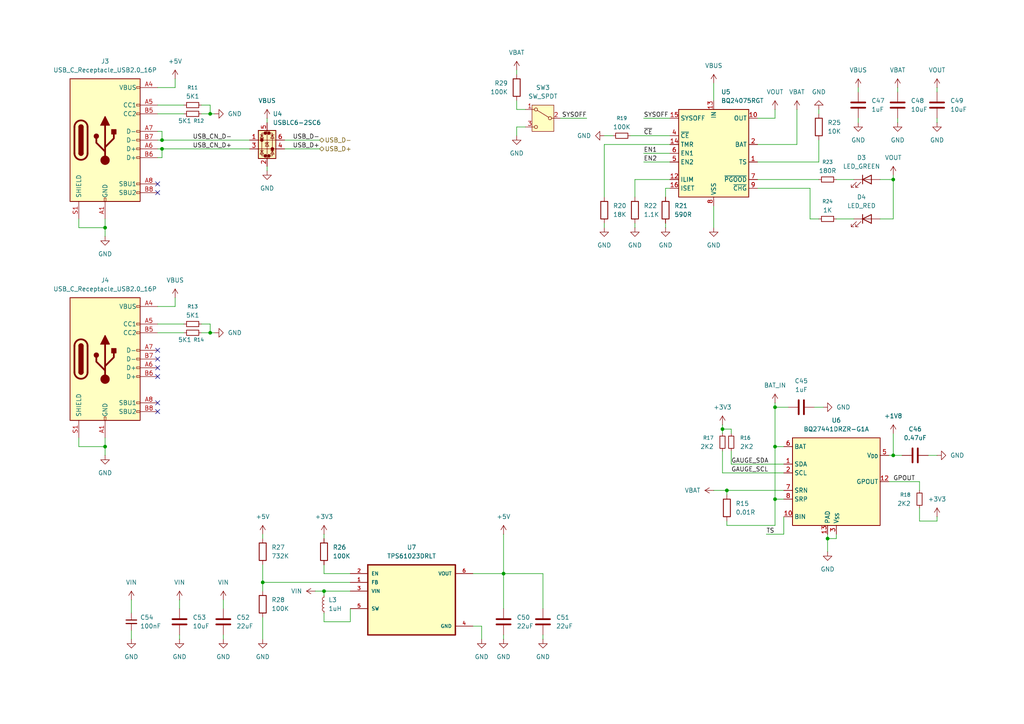
<source format=kicad_sch>
(kicad_sch (version 20250114) (generator "eeschema") (generator_version "9.0")
  (paper "A4")
  (lib_symbols
    (symbol "Battery_Management:BQ24075RGT"
      (property "Reference" "U" (at -8.89 13.97 0))
      (property "Value" "BQ24075RGT" (at 16.51 13.97 0))
      (symbol "BQ24075RGT_0_1"
        (rectangle (start -10.16 12.7) (end 10.16 -12.7) (stroke (width 0.254)) (fill (type background)))
      )
      (symbol "BQ24075RGT_1_1"
        (pin input line (at -12.7 10.16 0) (length 2.54) (name "SYSOFF") (number "15"))
        (pin input line (at -12.7 5.08 0) (length 2.54) (name "~{CE}") (number "4"))
        (pin input line (at -12.7 2.54 0) (length 2.54) (name "TMR") (number "14"))
        (pin input line (at -12.7 0 0) (length 2.54) (name "EN1") (number "6"))
        (pin input line (at -12.7 -2.54 0) (length 2.54) (name "EN2") (number "5"))
        (pin passive line (at -12.7 -7.62 0) (length 2.54) (name "ILIM") (number "12"))
        (pin passive line (at -12.7 -10.16 0) (length 2.54) (name "ISET") (number "16"))
        (pin power_in line (at 0 15.24 270) (length 2.54) (name "IN") (number "13"))
        (pin passive line (at 0 -15.24 90) (length 2.54) (hide yes) (name "VSS") (number "17"))
        (pin power_in line (at 0 -15.24 90) (length 2.54) (name "VSS") (number "8"))
        (pin power_out line (at 12.7 10.16 180) (length 2.54) (name "OUT") (number "10"))
        (pin passive line (at 12.7 10.16 180) (length 2.54) (hide yes) (name "OUT") (number "11"))
        (pin power_out line (at 12.7 2.54 180) (length 2.54) (name "BAT") (number "2"))
        (pin passive line (at 12.7 2.54 180) (length 2.54) (hide yes) (name "BAT") (number "3"))
        (pin passive line (at 12.7 -2.54 180) (length 2.54) (name "TS") (number "1"))
        (pin open_collector line (at 12.7 -7.62 180) (length 2.54) (name "~{PGOOD}") (number "7"))
        (pin open_collector line (at 12.7 -10.16 180) (length 2.54) (name "~{CHG}") (number "9"))
      )
    )
    (symbol "Battery_Management:BQ27441DRZR-G1A"
      (property "Reference" "U" (at -5.08 15.875 0))
      (property "Value" "BQ27441DRZR-G1A" (at -5.08 13.97 0))
      (symbol "BQ27441DRZR-G1A_0_1"
        (rectangle (start -12.7 12.7) (end 12.7 -12.7) (stroke (width 0.254)) (fill (type background)))
      )
      (symbol "BQ27441DRZR-G1A_1_1"
        (pin power_in line (at -15.24 10.16 0) (length 2.54) (name "BAT") (number "6"))
        (pin bidirectional line (at -15.24 5.08 0) (length 2.54) (name "SDA") (number "1"))
        (pin input line (at -15.24 2.54 0) (length 2.54) (name "SCL") (number "2"))
        (pin input line (at -15.24 -2.54 0) (length 2.54) (name "SRN") (number "7"))
        (pin input line (at -15.24 -5.08 0) (length 2.54) (name "SRP") (number "8"))
        (pin input line (at -15.24 -10.16 0) (length 2.54) (name "BIN") (number "10"))
        (pin power_in line (at -2.54 -15.24 90) (length 2.54) (name "PAD") (number "13"))
        (pin power_in line (at 0 -15.24 90) (length 2.54) (name "V_{SS}") (number "3"))
        (pin no_connect line (at 10.16 -2.54 180) (length 2.54) (hide yes) (name "NC") (number "11"))
        (pin no_connect line (at 10.16 -5.08 180) (length 2.54) (hide yes) (name "NC") (number "9"))
        (pin no_connect line (at 10.16 -7.62 180) (length 2.54) (hide yes) (name "NC") (number "4"))
        (pin power_out line (at 15.24 7.62 180) (length 2.54) (name "V_{DD}") (number "5"))
        (pin output line (at 15.24 0 180) (length 2.54) (name "GPOUT") (number "12"))
      )
    )
    (symbol "Connector:USB_C_Receptacle_USB2.0_16P" (pin_names (offset 1.016))
      (property "Reference" "J" (at 0 22.225 0))
      (property "Value" "USB_C_Receptacle_USB2.0_16P" (at 0 19.685 0))
      (symbol "USB_C_Receptacle_USB2.0_16P_0_0"
        (rectangle (start -0.254 -17.78) (end 0.254 -16.764))
        (rectangle (start 10.16 15.494) (end 9.144 14.986))
        (rectangle (start 10.16 10.414) (end 9.144 9.906))
        (rectangle (start 10.16 7.874) (end 9.144 7.366))
        (rectangle (start 10.16 2.794) (end 9.144 2.286))
        (rectangle (start 10.16 0.254) (end 9.144 -0.254))
        (rectangle (start 10.16 -2.286) (end 9.144 -2.794))
        (rectangle (start 10.16 -4.826) (end 9.144 -5.334))
        (rectangle (start 10.16 -12.446) (end 9.144 -12.954))
        (rectangle (start 10.16 -14.986) (end 9.144 -15.494))
      )
      (symbol "USB_C_Receptacle_USB2.0_16P_0_1"
        (rectangle (start -10.16 17.78) (end 10.16 -17.78) (stroke (width 0.254)) (fill (type background)))
        (polyline (pts (xy -8.89 -3.81) (xy -8.89 3.81)) (stroke (width 0.508)))
        (rectangle (start -7.62 -3.81) (end -6.35 3.81) (stroke (width 0.254)) (fill (type outline)))
        (arc (start -7.62 3.81) (mid -6.985 4.4423) (end -6.35 3.81) (stroke (width 0.254)))
        (arc (start -7.62 3.81) (mid -6.985 4.4423) (end -6.35 3.81) (stroke (width 0.254)) (fill (type outline)))
        (arc (start -8.89 3.81) (mid -6.985 5.7067) (end -5.08 3.81) (stroke (width 0.508)))
        (arc (start -5.08 -3.81) (mid -6.985 -5.7067) (end -8.89 -3.81) (stroke (width 0.508)))
        (arc (start -6.35 -3.81) (mid -6.985 -4.4423) (end -7.62 -3.81) (stroke (width 0.254)))
        (arc (start -6.35 -3.81) (mid -6.985 -4.4423) (end -7.62 -3.81) (stroke (width 0.254)) (fill (type outline)))
        (polyline (pts (xy -5.08 3.81) (xy -5.08 -3.81)) (stroke (width 0.508)))
        (circle (center -2.54 1.143) (radius 0.635) (stroke (width 0.254)) (fill (type outline)))
        (polyline (pts (xy -1.27 4.318) (xy 0 6.858) (xy 1.27 4.318) (xy -1.27 4.318)) (stroke (width 0.254)) (fill (type outline)))
        (polyline (pts (xy 0 -2.032) (xy 2.54 0.508) (xy 2.54 1.778)) (stroke (width 0.508)))
        (polyline (pts (xy 0 -3.302) (xy -2.54 -0.762) (xy -2.54 0.508)) (stroke (width 0.508)))
        (polyline (pts (xy 0 -5.842) (xy 0 4.318)) (stroke (width 0.508)))
        (circle (center 0 -5.842) (radius 1.27) (fill (type outline)))
        (rectangle (start 1.905 1.778) (end 3.175 3.048) (stroke (width 0.254)) (fill (type outline)))
      )
      (symbol "USB_C_Receptacle_USB2.0_16P_1_1"
        (pin passive line (at -7.62 -22.86 90) (length 5.08) (name "SHIELD") (number "S1"))
        (pin passive line (at 0 -22.86 90) (length 5.08) (name "GND") (number "A1"))
        (pin passive line (at 0 -22.86 90) (length 5.08) (hide yes) (name "GND") (number "A12"))
        (pin passive line (at 0 -22.86 90) (length 5.08) (hide yes) (name "GND") (number "B1"))
        (pin passive line (at 0 -22.86 90) (length 5.08) (hide yes) (name "GND") (number "B12"))
        (pin passive line (at 15.24 15.24 180) (length 5.08) (name "VBUS") (number "A4"))
        (pin passive line (at 15.24 15.24 180) (length 5.08) (hide yes) (name "VBUS") (number "A9"))
        (pin passive line (at 15.24 15.24 180) (length 5.08) (hide yes) (name "VBUS") (number "B4"))
        (pin passive line (at 15.24 15.24 180) (length 5.08) (hide yes) (name "VBUS") (number "B9"))
        (pin bidirectional line (at 15.24 10.16 180) (length 5.08) (name "CC1") (number "A5"))
        (pin bidirectional line (at 15.24 7.62 180) (length 5.08) (name "CC2") (number "B5"))
        (pin bidirectional line (at 15.24 2.54 180) (length 5.08) (name "D-") (number "A7"))
        (pin bidirectional line (at 15.24 0 180) (length 5.08) (name "D-") (number "B7"))
        (pin bidirectional line (at 15.24 -2.54 180) (length 5.08) (name "D+") (number "A6"))
        (pin bidirectional line (at 15.24 -5.08 180) (length 5.08) (name "D+") (number "B6"))
        (pin bidirectional line (at 15.24 -12.7 180) (length 5.08) (name "SBU1") (number "A8"))
        (pin bidirectional line (at 15.24 -15.24 180) (length 5.08) (name "SBU2") (number "B8"))
      )
    )
    (symbol "Device:C" (pin_numbers (hide yes)) (pin_names (offset 0.254))
      (property "Reference" "C" (at 0.635 2.54 0))
      (property "Value" "C" (at 0.635 -2.54 0))
      (symbol "C_0_1"
        (polyline (pts (xy -2.032 0.762) (xy 2.032 0.762)) (stroke (width 0.508)))
        (polyline (pts (xy -2.032 -0.762) (xy 2.032 -0.762)) (stroke (width 0.508)))
      )
      (symbol "C_1_1"
        (pin passive line (at 0 3.81 270) (length 2.794) (name "~") (number "1"))
        (pin passive line (at 0 -3.81 90) (length 2.794) (name "~") (number "2"))
      )
    )
    (symbol "Device:C_Small" (pin_numbers (hide yes)) (pin_names (offset 0.254) (hide yes))
      (property "Reference" "C" (at 0.254 1.778 0))
      (property "Value" "C_Small" (at 0.254 -2.032 0))
      (symbol "C_Small_0_1"
        (polyline (pts (xy -1.524 0.508) (xy 1.524 0.508)) (stroke (width 0.3048)))
        (polyline (pts (xy -1.524 -0.508) (xy 1.524 -0.508)) (stroke (width 0.3302)))
      )
      (symbol "C_Small_1_1"
        (pin passive line (at 0 2.54 270) (length 2.032) (name "~") (number "1"))
        (pin passive line (at 0 -2.54 90) (length 2.032) (name "~") (number "2"))
      )
    )
    (symbol "Device:LED" (pin_numbers (hide yes)) (pin_names (offset 1.016) (hide yes))
      (property "Reference" "D" (at 0 2.54 0))
      (property "Value" "LED" (at 0 -2.54 0))
      (symbol "LED_0_1"
        (polyline (pts (xy -3.048 -0.762) (xy -4.572 -2.286) (xy -3.81 -2.286) (xy -4.572 -2.286) (xy -4.572 -1.524)))
        (polyline (pts (xy -1.778 -0.762) (xy -3.302 -2.286) (xy -2.54 -2.286) (xy -3.302 -2.286) (xy -3.302 -1.524)))
        (polyline (pts (xy -1.27 0) (xy 1.27 0)))
        (polyline (pts (xy -1.27 -1.27) (xy -1.27 1.27)) (stroke (width 0.254)))
        (polyline (pts (xy 1.27 -1.27) (xy 1.27 1.27) (xy -1.27 0) (xy 1.27 -1.27)) (stroke (width 0.254)))
      )
      (symbol "LED_1_1"
        (pin passive line (at -3.81 0 0) (length 2.54) (name "K") (number "1"))
        (pin passive line (at 3.81 0 180) (length 2.54) (name "A") (number "2"))
      )
    )
    (symbol "Device:L_Small" (pin_numbers (hide yes)) (pin_names (offset 0.254) (hide yes))
      (property "Reference" "L" (at 0.762 1.016 0))
      (property "Value" "L_Small" (at 0.762 -1.016 0))
      (symbol "L_Small_0_1"
        (arc (start 0 2.032) (mid 0.5058 1.524) (end 0 1.016))
        (arc (start 0 1.016) (mid 0.5058 0.508) (end 0 0))
        (arc (start 0 0) (mid 0.5058 -0.508) (end 0 -1.016))
        (arc (start 0 -1.016) (mid 0.5058 -1.524) (end 0 -2.032))
      )
      (symbol "L_Small_1_1"
        (pin passive line (at 0 2.54 270) (length 0.508) (name "~") (number "1"))
        (pin passive line (at 0 -2.54 90) (length 0.508) (name "~") (number "2"))
      )
    )
    (symbol "Device:R" (pin_numbers (hide yes)) (pin_names (offset 0))
      (property "Reference" "R" (at 2.032 0 90))
      (property "Value" "R" (at 0 0 90))
      (symbol "R_0_1"
        (rectangle (start -1.016 -2.54) (end 1.016 2.54) (stroke (width 0.254)))
      )
      (symbol "R_1_1"
        (pin passive line (at 0 3.81 270) (length 1.27) (name "~") (number "1"))
        (pin passive line (at 0 -3.81 90) (length 1.27) (name "~") (number "2"))
      )
    )
    (symbol "Device:R_Small" (pin_numbers (hide yes)) (pin_names (offset 0.254) (hide yes))
      (property "Reference" "R" (at 0 0 90))
      (property "Value" "R_Small" (at 1.778 0 90))
      (symbol "R_Small_0_1"
        (rectangle (start -0.762 1.778) (end 0.762 -1.778) (stroke (width 0.2032)))
      )
      (symbol "R_Small_1_1"
        (pin passive line (at 0 2.54 270) (length 0.762) (name "~") (number "1"))
        (pin passive line (at 0 -2.54 90) (length 0.762) (name "~") (number "2"))
      )
    )
    (symbol "Power_Protection:USBLC6-2SC6" (pin_names (hide yes))
      (property "Reference" "U" (at 0.635 5.715 0))
      (property "Value" "USBLC6-2SC6" (at 0.635 3.81 0))
      (symbol "USBLC6-2SC6_0_0"
        (circle (center -1.524 0) (radius 0.0001) (stroke (width 0.508)))
        (circle (center -0.508 2.032) (radius 0.0001) (stroke (width 0.508)))
        (circle (center -0.508 -4.572) (radius 0.0001) (stroke (width 0.508)))
        (circle (center 0.508 2.032) (radius 0.0001) (stroke (width 0.508)))
        (circle (center 0.508 -4.572) (radius 0.0001) (stroke (width 0.508)))
        (circle (center 1.524 -2.54) (radius 0.0001) (stroke (width 0.508)))
      )
      (symbol "USBLC6-2SC6_0_1"
        (polyline (pts (xy -2.54 0) (xy 2.54 0)))
        (polyline (pts (xy -2.54 -2.54) (xy 2.54 -2.54)))
        (polyline (pts (xy -2.032 0.508) (xy -1.016 0.508) (xy -1.524 1.524) (xy -2.032 0.508)))
        (polyline (pts (xy -2.032 -3.048) (xy -1.016 -3.048)))
        (polyline (pts (xy -1.016 1.524) (xy -2.032 1.524)))
        (polyline (pts (xy -1.016 -4.064) (xy -2.032 -4.064) (xy -1.524 -3.048) (xy -1.016 -4.064)))
        (polyline (pts (xy -0.508 -1.143) (xy -0.508 -0.762) (xy 0.508 -0.762)))
        (polyline (pts (xy 0 2.54) (xy -0.508 2.032) (xy 0.508 2.032) (xy 0 1.524) (xy 0 -4.064) (xy -0.508 -4.572) (xy 0.508 -4.572) (xy 0 -5.08)))
        (polyline (pts (xy 0.508 -1.778) (xy -0.508 -1.778) (xy 0 -0.762) (xy 0.508 -1.778)))
        (polyline (pts (xy 1.016 1.524) (xy 2.032 1.524)))
        (polyline (pts (xy 1.016 -3.048) (xy 2.032 -3.048)))
        (polyline (pts (xy 2.032 0.508) (xy 1.016 0.508) (xy 1.524 1.524) (xy 2.032 0.508)))
        (polyline (pts (xy 2.032 -4.064) (xy 1.016 -4.064) (xy 1.524 -3.048) (xy 2.032 -4.064)))
      )
      (symbol "USBLC6-2SC6_1_1"
        (rectangle (start -2.54 2.794) (end 2.54 -5.334) (stroke (width 0.254)) (fill (type background)))
        (polyline (pts (xy -0.508 2.032) (xy -1.524 2.032) (xy -1.524 -4.572) (xy -0.508 -4.572)))
        (polyline (pts (xy 0.508 -4.572) (xy 1.524 -4.572) (xy 1.524 2.032) (xy 0.508 2.032)))
        (pin passive line (at -5.08 0 0) (length 2.54) (name "I/O1") (number "1"))
        (pin passive line (at -5.08 -2.54 0) (length 2.54) (name "I/O2") (number "3"))
        (pin passive line (at 0 5.08 270) (length 2.54) (name "VBUS") (number "5"))
        (pin passive line (at 0 -7.62 90) (length 2.54) (name "GND") (number "2"))
        (pin passive line (at 5.08 0 180) (length 2.54) (name "I/O1") (number "6"))
        (pin passive line (at 5.08 -2.54 180) (length 2.54) (name "I/O2") (number "4"))
      )
    )
    (symbol "Switch:SW_SPDT" (pin_names (offset 0) (hide yes))
      (property "Reference" "SW" (at 0 5.08 0))
      (property "Value" "SW_SPDT" (at 0 -5.08 0))
      (symbol "SW_SPDT_0_1"
        (circle (center -2.032 0) (radius 0.4572))
        (polyline (pts (xy -1.651 0.254) (xy 1.651 2.286)))
        (circle (center 2.032 2.54) (radius 0.4572))
        (circle (center 2.032 -2.54) (radius 0.4572))
      )
      (symbol "SW_SPDT_1_1"
        (rectangle (start -3.175 3.81) (end 3.175 -3.81) (fill (type background)))
        (pin passive line (at -5.08 0 0) (length 2.54) (name "B") (number "2"))
        (pin passive line (at 5.08 2.54 180) (length 2.54) (name "A") (number "1"))
        (pin passive line (at 5.08 -2.54 180) (length 2.54) (name "C") (number "3"))
      )
    )
    (symbol "TPS61023DRLT:TPS61023DRLT" (pin_names (offset 1.016))
      (property "Reference" "U" (at -12.7 11.16 0))
      (property "Value" "TPS61023DRLT" (at -12.7 -14.16 0))
      (symbol "TPS61023DRLT_0_0"
        (rectangle (start -12.7 -10.16) (end 12.7 10.16) (stroke (width 0.41)) (fill (type background)))
        (pin input line (at -17.78 7.62 0) (length 5.08) (name "EN") (number "2"))
        (pin input line (at -17.78 5.08 0) (length 5.08) (name "FB") (number "1"))
        (pin input line (at -17.78 2.54 0) (length 5.08) (name "VIN") (number "3"))
        (pin bidirectional line (at -17.78 -2.54 0) (length 5.08) (name "SW") (number "5"))
        (pin output line (at 17.78 7.62 180) (length 5.08) (name "VOUT") (number "6"))
        (pin power_in line (at 17.78 -7.62 180) (length 5.08) (name "GND") (number "4"))
      )
    )
    (symbol "power:+1V8" (power) (pin_numbers (hide yes)) (pin_names (offset 0) (hide yes))
      (property "Value" "+1V8" (at 0 3.556 0))
      (symbol "+1V8_0_1"
        (polyline (pts (xy -0.762 1.27) (xy 0 2.54)))
        (polyline (pts (xy 0 2.54) (xy 0.762 1.27)))
        (polyline (pts (xy 0 0) (xy 0 2.54)))
      )
      (symbol "+1V8_1_1"
        (pin power_in line (at 0 0 90) (length 0) (name "~") (number "1"))
      )
    )
    (symbol "power:+3V3" (power) (pin_numbers (hide yes)) (pin_names (offset 0) (hide yes))
      (property "Value" "+3V3" (at 0 3.556 0))
      (symbol "+3V3_0_1"
        (polyline (pts (xy -0.762 1.27) (xy 0 2.54)))
        (polyline (pts (xy 0 2.54) (xy 0.762 1.27)))
        (polyline (pts (xy 0 0) (xy 0 2.54)))
      )
      (symbol "+3V3_1_1"
        (pin power_in line (at 0 0 90) (length 0) (name "~") (number "1"))
      )
    )
    (symbol "power:+5V" (power) (pin_numbers (hide yes)) (pin_names (offset 0) (hide yes))
      (property "Value" "+5V" (at 0 3.556 0))
      (symbol "+5V_0_1"
        (polyline (pts (xy -0.762 1.27) (xy 0 2.54)))
        (polyline (pts (xy 0 2.54) (xy 0.762 1.27)))
        (polyline (pts (xy 0 0) (xy 0 2.54)))
      )
      (symbol "+5V_1_1"
        (pin power_in line (at 0 0 90) (length 0) (name "~") (number "1"))
      )
    )
    (symbol "power:GND" (power) (pin_numbers (hide yes)) (pin_names (offset 0) (hide yes))
      (property "Value" "GND" (at 0 -3.81 0))
      (symbol "GND_0_1"
        (polyline (pts (xy 0 0) (xy 0 -1.27) (xy 1.27 -1.27) (xy 0 -2.54) (xy -1.27 -1.27) (xy 0 -1.27)))
      )
      (symbol "GND_1_1"
        (pin power_in line (at 0 0 270) (length 0) (name "~") (number "1"))
      )
    )
    (symbol "power:VBUS" (power) (pin_numbers (hide yes)) (pin_names (offset 0) (hide yes))
      (property "Value" "VBUS" (at 0 3.556 0))
      (symbol "VBUS_0_1"
        (polyline (pts (xy -0.762 1.27) (xy 0 2.54)))
        (polyline (pts (xy 0 2.54) (xy 0.762 1.27)))
        (polyline (pts (xy 0 0) (xy 0 2.54)))
      )
      (symbol "VBUS_1_1"
        (pin power_in line (at 0 0 90) (length 0) (name "~") (number "1"))
      )
    )
  )
  (junction (at 224.79 129.54))
  (junction (at 209.55 124.46))
  (junction (at 224.79 118.11))
  (junction (at 60.96 33.02))
  (junction (at 259.08 132.08))
  (junction (at 224.79 144.78))
  (junction (at 30.48 66.04))
  (junction (at 259.08 52.07))
  (junction (at 210.82 142.24))
  (junction (at 240.03 156.21))
  (junction (at 30.48 129.54))
  (junction (at 76.2 168.91))
  (junction (at 146.05 166.37))
  (junction (at 60.96 96.52))
  (junction (at 46.99 43.18))
  (junction (at 46.99 40.64))
  (junction (at 93.98 171.45))
  (no_connect (at 45.72 53.34))
  (no_connect (at 45.72 116.84))
  (no_connect (at 45.72 109.22))
  (no_connect (at 45.72 104.14))
  (no_connect (at 45.72 106.68))
  (no_connect (at 45.72 119.38))
  (no_connect (at 45.72 55.88))
  (no_connect (at 45.72 101.6))
  (wire (pts (xy 224.79 144.78) (xy 224.79 129.54)))
  (wire (pts (xy 45.72 45.72) (xy 46.99 45.72)))
  (wire (pts (xy 157.48 166.37) (xy 146.05 166.37)))
  (wire (pts (xy 76.2 168.91) (xy 76.2 171.45)))
  (wire (pts (xy 93.98 166.37) (xy 101.6 166.37)))
  (wire (pts (xy 175.26 41.91) (xy 194.31 41.91)))
  (wire (pts (xy 53.34 33.02) (xy 45.72 33.02)))
  (wire (pts (xy 45.72 40.64) (xy 46.99 40.64)))
  (wire (pts (xy 46.99 43.18) (xy 72.39 43.18)))
  (wire (pts (xy 58.42 30.48) (xy 60.96 30.48)))
  (wire (pts (xy 146.05 185.42) (xy 146.05 184.15)))
  (wire (pts (xy 237.49 46.99) (xy 237.49 40.64)))
  (wire (pts (xy 271.78 35.56) (xy 271.78 34.29)))
  (wire (pts (xy 227.33 144.78) (xy 224.79 144.78)))
  (wire (pts (xy 93.98 180.34) (xy 93.98 177.8)))
  (wire (pts (xy 224.79 31.75) (xy 224.79 34.29)))
  (wire (pts (xy 45.72 25.4) (xy 50.8 25.4)))
  (wire (pts (xy 53.34 30.48) (xy 45.72 30.48)))
  (wire (pts (xy 266.7 151.13) (xy 266.7 147.32)))
  (wire (pts (xy 260.35 35.56) (xy 260.35 34.29)))
  (wire (pts (xy 146.05 154.94) (xy 146.05 166.37)))
  (wire (pts (xy 237.49 31.75) (xy 237.49 33.02)))
  (wire (pts (xy 207.01 66.04) (xy 207.01 59.69)))
  (wire (pts (xy 242.57 154.94) (xy 242.57 156.21)))
  (wire (pts (xy 209.55 124.46) (xy 209.55 125.73)))
  (wire (pts (xy 224.79 116.84) (xy 224.79 118.11)))
  (wire (pts (xy 149.86 20.32) (xy 149.86 21.59)))
  (wire (pts (xy 30.48 132.08) (xy 30.48 129.54)))
  (wire (pts (xy 242.57 156.21) (xy 240.03 156.21)))
  (wire (pts (xy 219.71 52.07) (xy 237.49 52.07)))
  (wire (pts (xy 255.27 63.5) (xy 259.08 63.5)))
  (wire (pts (xy 224.79 129.54) (xy 227.33 129.54)))
  (wire (pts (xy 219.71 46.99) (xy 237.49 46.99)))
  (wire (pts (xy 60.96 93.98) (xy 60.96 96.52)))
  (wire (pts (xy 46.99 45.72) (xy 46.99 43.18)))
  (wire (pts (xy 62.23 33.02) (xy 60.96 33.02)))
  (wire (pts (xy 38.1 173.99) (xy 38.1 177.8)))
  (wire (pts (xy 248.92 35.56) (xy 248.92 34.29)))
  (wire (pts (xy 46.99 40.64) (xy 72.39 40.64)))
  (wire (pts (xy 175.26 39.37) (xy 177.8 39.37)))
  (wire (pts (xy 227.33 154.94) (xy 227.33 149.86)))
  (wire (pts (xy 266.7 142.24) (xy 266.7 139.7)))
  (wire (pts (xy 193.04 66.04) (xy 193.04 64.77)))
  (wire (pts (xy 53.34 96.52) (xy 45.72 96.52)))
  (wire (pts (xy 22.86 129.54) (xy 30.48 129.54)))
  (wire (pts (xy 137.16 166.37) (xy 146.05 166.37)))
  (wire (pts (xy 30.48 129.54) (xy 30.48 127)))
  (wire (pts (xy 184.15 52.07) (xy 194.31 52.07)))
  (wire (pts (xy 30.48 68.58) (xy 30.48 66.04)))
  (wire (pts (xy 210.82 152.4) (xy 210.82 151.13)))
  (wire (pts (xy 137.16 181.61) (xy 139.7 181.61)))
  (wire (pts (xy 222.25 154.94) (xy 227.33 154.94)))
  (wire (pts (xy 77.47 34.29) (xy 77.47 35.56)))
  (wire (pts (xy 146.05 166.37) (xy 146.05 176.53)))
  (wire (pts (xy 184.15 57.15) (xy 184.15 52.07)))
  (wire (pts (xy 209.55 130.81) (xy 209.55 137.16)))
  (wire (pts (xy 259.08 52.07) (xy 259.08 50.8)))
  (wire (pts (xy 186.69 46.99) (xy 194.31 46.99)))
  (wire (pts (xy 271.78 151.13) (xy 266.7 151.13)))
  (wire (pts (xy 184.15 66.04) (xy 184.15 64.77)))
  (wire (pts (xy 259.08 125.73) (xy 259.08 132.08)))
  (wire (pts (xy 91.44 171.45) (xy 93.98 171.45)))
  (wire (pts (xy 22.86 66.04) (xy 30.48 66.04)))
  (wire (pts (xy 271.78 25.4) (xy 271.78 26.67)))
  (wire (pts (xy 271.78 132.08) (xy 269.24 132.08)))
  (wire (pts (xy 231.14 41.91) (xy 231.14 31.75)))
  (wire (pts (xy 242.57 52.07) (xy 247.65 52.07)))
  (wire (pts (xy 259.08 63.5) (xy 259.08 52.07)))
  (wire (pts (xy 219.71 41.91) (xy 231.14 41.91)))
  (wire (pts (xy 182.88 39.37) (xy 194.31 39.37)))
  (wire (pts (xy 22.86 127) (xy 22.86 129.54)))
  (wire (pts (xy 93.98 154.94) (xy 93.98 156.21)))
  (wire (pts (xy 186.69 34.29) (xy 194.31 34.29)))
  (wire (pts (xy 82.55 43.18) (xy 92.71 43.18)))
  (wire (pts (xy 152.4 31.75) (xy 149.86 31.75)))
  (wire (pts (xy 60.96 96.52) (xy 58.42 96.52)))
  (wire (pts (xy 209.55 137.16) (xy 227.33 137.16)))
  (wire (pts (xy 170.18 34.29) (xy 162.56 34.29)))
  (wire (pts (xy 234.95 54.61) (xy 234.95 63.5)))
  (wire (pts (xy 93.98 163.83) (xy 93.98 166.37)))
  (wire (pts (xy 224.79 34.29) (xy 219.71 34.29)))
  (wire (pts (xy 45.72 88.9) (xy 50.8 88.9)))
  (wire (pts (xy 207.01 24.13) (xy 207.01 29.21)))
  (wire (pts (xy 45.72 38.1) (xy 46.99 38.1)))
  (wire (pts (xy 62.23 96.52) (xy 60.96 96.52)))
  (wire (pts (xy 101.6 176.53) (xy 101.6 180.34)))
  (wire (pts (xy 193.04 54.61) (xy 194.31 54.61)))
  (wire (pts (xy 238.76 118.11) (xy 236.22 118.11)))
  (wire (pts (xy 207.01 142.24) (xy 210.82 142.24)))
  (wire (pts (xy 260.35 25.4) (xy 260.35 26.67)))
  (wire (pts (xy 234.95 63.5) (xy 237.49 63.5)))
  (wire (pts (xy 212.09 134.62) (xy 227.33 134.62)))
  (wire (pts (xy 259.08 132.08) (xy 261.62 132.08)))
  (wire (pts (xy 22.86 63.5) (xy 22.86 66.04)))
  (wire (pts (xy 271.78 149.86) (xy 271.78 151.13)))
  (wire (pts (xy 46.99 38.1) (xy 46.99 40.64)))
  (wire (pts (xy 64.77 173.99) (xy 64.77 176.53)))
  (wire (pts (xy 193.04 57.15) (xy 193.04 54.61)))
  (wire (pts (xy 257.81 139.7) (xy 266.7 139.7)))
  (wire (pts (xy 38.1 185.42) (xy 38.1 182.88)))
  (wire (pts (xy 210.82 142.24) (xy 210.82 143.51)))
  (wire (pts (xy 149.86 36.83) (xy 149.86 39.37)))
  (wire (pts (xy 50.8 25.4) (xy 50.8 22.86)))
  (wire (pts (xy 240.03 156.21) (xy 240.03 154.94)))
  (wire (pts (xy 53.34 93.98) (xy 45.72 93.98)))
  (wire (pts (xy 212.09 125.73) (xy 212.09 124.46)))
  (wire (pts (xy 76.2 163.83) (xy 76.2 168.91)))
  (wire (pts (xy 76.2 154.94) (xy 76.2 156.21)))
  (wire (pts (xy 175.26 66.04) (xy 175.26 64.77)))
  (wire (pts (xy 139.7 181.61) (xy 139.7 185.42)))
  (wire (pts (xy 77.47 49.53) (xy 77.47 48.26)))
  (wire (pts (xy 224.79 152.4) (xy 210.82 152.4)))
  (wire (pts (xy 224.79 118.11) (xy 224.79 129.54)))
  (wire (pts (xy 60.96 30.48) (xy 60.96 33.02)))
  (wire (pts (xy 93.98 171.45) (xy 93.98 172.72)))
  (wire (pts (xy 224.79 144.78) (xy 224.79 152.4)))
  (wire (pts (xy 212.09 130.81) (xy 212.09 134.62)))
  (wire (pts (xy 259.08 132.08) (xy 257.81 132.08)))
  (wire (pts (xy 101.6 180.34) (xy 93.98 180.34)))
  (wire (pts (xy 157.48 166.37) (xy 157.48 176.53)))
  (wire (pts (xy 152.4 36.83) (xy 149.86 36.83)))
  (wire (pts (xy 219.71 54.61) (xy 234.95 54.61)))
  (wire (pts (xy 50.8 88.9) (xy 50.8 86.36)))
  (wire (pts (xy 248.92 25.4) (xy 248.92 26.67)))
  (wire (pts (xy 52.07 185.42) (xy 52.07 184.15)))
  (wire (pts (xy 224.79 118.11) (xy 228.6 118.11)))
  (wire (pts (xy 93.98 171.45) (xy 101.6 171.45)))
  (wire (pts (xy 76.2 185.42) (xy 76.2 179.07)))
  (wire (pts (xy 149.86 31.75) (xy 149.86 29.21)))
  (wire (pts (xy 82.55 40.64) (xy 92.71 40.64)))
  (wire (pts (xy 242.57 63.5) (xy 247.65 63.5)))
  (wire (pts (xy 157.48 185.42) (xy 157.48 184.15)))
  (wire (pts (xy 30.48 66.04) (xy 30.48 63.5)))
  (wire (pts (xy 60.96 33.02) (xy 58.42 33.02)))
  (wire (pts (xy 240.03 160.02) (xy 240.03 156.21)))
  (wire (pts (xy 45.72 43.18) (xy 46.99 43.18)))
  (wire (pts (xy 186.69 44.45) (xy 194.31 44.45)))
  (wire (pts (xy 210.82 142.24) (xy 227.33 142.24)))
  (wire (pts (xy 255.27 52.07) (xy 259.08 52.07)))
  (wire (pts (xy 64.77 185.42) (xy 64.77 184.15)))
  (wire (pts (xy 52.07 173.99) (xy 52.07 176.53)))
  (wire (pts (xy 58.42 93.98) (xy 60.96 93.98)))
  (wire (pts (xy 209.55 123.19) (xy 209.55 124.46)))
  (wire (pts (xy 175.26 57.15) (xy 175.26 41.91)))
  (wire (pts (xy 212.09 124.46) (xy 209.55 124.46)))
  (wire (pts (xy 76.2 168.91) (xy 101.6 168.91)))
  (label "GAUGE_SDA" (at 212.09 134.62 0))
  (label "EN2" (at 186.69 46.99 0))
  (label "EN1" (at 186.69 44.45 0))
  (label "SYSOFF" (at 170.18 34.29 180))
  (label "TS" (at 222.25 154.94 0))
  (label "GAUGE_SCL" (at 212.09 137.16 0))
  (label "USB_D-" (at 92.71 40.64 180))
  (label "USB_D+" (at 92.71 43.18 180))
  (label "~{CE}" (at 186.69 39.37 0))
  (label "SYSOFF" (at 186.69 34.29 0))
  (label "USB_CN_D+" (at 55.88 43.18 0))
  (label "USB_CN_D-" (at 55.88 40.64 0))
  (label "GPOUT" (at 265.43 139.7 180))
  (hierarchical_label "USB_D-" (shape bidirectional) (at 92.71 40.64 0))
  (hierarchical_label "USB_D+" (shape bidirectional) (at 92.71 43.18 0))
  (symbol (lib_id "power:VBUS") (at 50.8 86.36 0) (unit 1)
    (property "Reference" "#PWR070" (effects (hide yes)))
    (property "Value" "VBUS" (at 50.8 81.28 0))
    (property "Description" "Power symbol creates a global label with name \"VBUS\"" (effects (hide yes)))
  )
  (symbol (lib_id "Device:C") (at 271.78 30.48 0) (unit 1)
    (property "Reference" "C49" (at 275.59 29.2099 0) (effects (justify left)))
    (property "Value" "10uF" (at 275.59 31.7499 0) (effects (justify left)))
    (property "Description" "Unpolarized capacitor" (effects (hide yes)))
  )
  (symbol (lib_id "power:+3V3") (at 64.77 173.99 0) (unit 1)
    (property "Reference" "#PWR0114" (effects (hide yes)))
    (property "Value" "VIN" (at 64.77 168.91 0))
    (property "Description" "Power symbol creates a global label with name \"+3V3\"" (effects (hide yes)))
  )
  (symbol (lib_id "power:GND") (at 30.48 68.58 0) (unit 1)
    (property "Reference" "#PWR066" (effects (hide yes)))
    (property "Value" "GND" (at 30.48 73.66 0))
    (property "Description" "Power symbol creates a global label with name \"GND\" , ground" (effects (hide yes)))
  )
  (symbol (lib_id "Connector:USB_C_Receptacle_USB2.0_16P") (at 30.48 104.14 0) (unit 1)
    (property "Reference" "J4" (at 30.48 81.28 0))
    (property "Value" "USB_C_Receptacle_USB2.0_16P" (at 30.48 83.82 0))
    (property "Datasheet" "https://www.usb.org/sites/default/files/documents/usb_type-c.zip" (effects (hide yes)))
    (property "Description" "USB 2.0-only 16P Type-C Receptacle connector" (effects (hide yes)))
  )
  (symbol (lib_id "power:+3V3") (at 209.55 123.19 0) (unit 1)
    (property "Reference" "#PWR085" (effects (hide yes)))
    (property "Value" "+3V3" (at 209.55 118.11 0))
    (property "Description" "Power symbol creates a global label with name \"+3V3\"" (effects (hide yes)))
  )
  (symbol (lib_id "power:GND") (at 149.86 39.37 0) (mirror y) (unit 1)
    (property "Reference" "#PWR0120" (effects (hide yes)))
    (property "Value" "GND" (at 149.86 44.45 0))
    (property "Description" "Power symbol creates a global label with name \"GND\" , ground" (effects (hide yes)))
  )
  (symbol (lib_id "power:GND") (at 260.35 35.56 0) (unit 1)
    (property "Reference" "#PWR094" (effects (hide yes)))
    (property "Value" "GND" (at 260.35 40.64 0))
    (property "Description" "Power symbol creates a global label with name \"GND\" , ground" (effects (hide yes)))
  )
  (symbol (lib_id "Device:C") (at 146.05 180.34 0) (unit 1)
    (property "Reference" "C50" (at 149.86 179.0699 0) (effects (justify left)))
    (property "Value" "22uF" (at 149.86 181.6099 0) (effects (justify left)))
    (property "Description" "Unpolarized capacitor" (effects (hide yes)))
  )
  (symbol (lib_id "Device:R") (at 193.04 60.96 0) (unit 1)
    (property "Reference" "R21" (at 195.58 59.6899 0) (effects (justify left)))
    (property "Value" "590R" (at 195.58 62.2299 0) (effects (justify left)))
    (property "Description" "Resistor" (effects (hide yes)))
  )
  (symbol (lib_id "Device:LED") (at 251.46 52.07 0) (unit 1)
    (property "Reference" "D3" (at 249.8725 45.72 0))
    (property "Value" "LED_GREEN" (at 249.8725 48.26 0))
    (property "Description" "Light emitting diode" (effects (hide yes)))
    (property "Sim.Pins" "1=K 2=A" (effects (hide yes)))
  )
  (symbol (lib_id "power:VBUS") (at 149.86 20.32 0) (mirror y) (unit 1)
    (property "Reference" "#PWR0119" (effects (hide yes)))
    (property "Value" "VBAT" (at 149.86 15.24 0))
    (property "Description" "Power symbol creates a global label with name \"VBUS\"" (effects (hide yes)))
  )
  (symbol (lib_id "power:GND") (at 52.07 185.42 0) (unit 1)
    (property "Reference" "#PWR0111" (effects (hide yes)))
    (property "Value" "GND" (at 52.07 190.5 0))
    (property "Description" "Power symbol creates a global label with name \"GND\" , ground" (effects (hide yes)))
  )
  (symbol (lib_id "Device:R") (at 76.2 175.26 0) (unit 1)
    (property "Reference" "R28" (at 78.74 173.9899 0) (effects (justify left)))
    (property "Value" "100K" (at 78.74 176.5299 0) (effects (justify left)))
    (property "Description" "Resistor" (effects (hide yes)))
  )
  (symbol (lib_id "Device:R_Small") (at 55.88 96.52 90) (mirror x) (unit 1)
    (property "Reference" "R14" (at 57.658 98.552 90) (effects (font (size 1.016 1.016))))
    (property "Value" "5K1" (at 53.594 98.552 90))
    (property "Description" "Resistor, small symbol" (effects (hide yes)))
  )
  (symbol (lib_id "power:VBUS") (at 224.79 116.84 0) (unit 1)
    (property "Reference" "#PWR081" (effects (hide yes)))
    (property "Value" "BAT_IN" (at 224.79 111.76 0))
    (property "Description" "Power symbol creates a global label with name \"VBUS\"" (effects (hide yes)))
  )
  (symbol (lib_id "power:GND") (at 175.26 39.37 270) (unit 1)
    (property "Reference" "#PWR097" (effects (hide yes)))
    (property "Value" "GND" (at 171.45 39.3699 90) (effects (justify right)))
    (property "Description" "Power symbol creates a global label with name \"GND\" , ground" (effects (hide yes)))
  )
  (symbol (lib_id "power:GND") (at 157.48 185.42 0) (unit 1)
    (property "Reference" "#PWR0109" (effects (hide yes)))
    (property "Value" "GND" (at 157.48 190.5 0))
    (property "Description" "Power symbol creates a global label with name \"GND\" , ground" (effects (hide yes)))
  )
  (symbol (lib_id "power:VBUS") (at 77.47 34.29 0) (unit 1)
    (property "Reference" "#PWR068" (effects (hide yes)))
    (property "Value" "VBUS" (at 77.47 29.21 0))
    (property "Description" "Power symbol creates a global label with name \"VBUS\"" (effects (hide yes)))
  )
  (symbol (lib_id "Switch:SW_SPDT") (at 157.48 34.29 0) (mirror y) (unit 1)
    (property "Reference" "SW3" (at 157.48 25.4 0))
    (property "Value" "SW_SPDT" (at 157.48 27.94 0))
    (property "Description" "Switch, single pole double throw" (effects (hide yes)))
  )
  (symbol (lib_id "power:GND") (at 207.01 66.04 0) (unit 1)
    (property "Reference" "#PWR087" (effects (hide yes)))
    (property "Value" "GND" (at 207.01 71.12 0))
    (property "Description" "Power symbol creates a global label with name \"GND\" , ground" (effects (hide yes)))
  )
  (symbol (lib_id "Device:R_Small") (at 55.88 30.48 90) (unit 1)
    (property "Reference" "R11" (at 55.88 25.4 90) (effects (font (size 1.016 1.016))))
    (property "Value" "5K1" (at 55.88 27.94 90))
    (property "Description" "Resistor, small symbol" (effects (hide yes)))
  )
  (symbol (lib_id "power:+5V") (at 146.05 154.94 0) (unit 1)
    (property "Reference" "#PWR0104" (effects (hide yes)))
    (property "Value" "+5V" (at 146.05 149.86 0))
    (property "Description" "Power symbol creates a global label with name \"+5V\"" (effects (hide yes)))
  )
  (symbol (lib_id "Device:R_Small") (at 209.55 128.27 0) (mirror y) (unit 1)
    (property "Reference" "R17" (at 207.01 126.9999 0) (effects (font (size 1.016 1.016)) (justify left)))
    (property "Value" "2K2" (at 207.01 129.5399 0) (effects (justify left)))
    (property "Description" "Resistor, small symbol" (effects (hide yes)))
  )
  (symbol (lib_id "power:GND") (at 64.77 185.42 0) (unit 1)
    (property "Reference" "#PWR0110" (effects (hide yes)))
    (property "Value" "GND" (at 64.77 190.5 0))
    (property "Description" "Power symbol creates a global label with name \"GND\" , ground" (effects (hide yes)))
  )
  (symbol (lib_id "power:VBUS") (at 260.35 25.4 0) (unit 1)
    (property "Reference" "#PWR093" (effects (hide yes)))
    (property "Value" "VBAT" (at 260.35 20.32 0))
    (property "Description" "Power symbol creates a global label with name \"VBUS\"" (effects (hide yes)))
  )
  (symbol (lib_id "power:+3V3") (at 91.44 171.45 90) (unit 1)
    (property "Reference" "#PWR0112" (effects (hide yes)))
    (property "Value" "VIN" (at 87.63 171.4499 90) (effects (justify left)))
    (property "Description" "Power symbol creates a global label with name \"+3V3\"" (effects (hide yes)))
  )
  (symbol (lib_id "Device:C") (at 64.77 180.34 0) (unit 1)
    (property "Reference" "C52" (at 68.58 179.0699 0) (effects (justify left)))
    (property "Value" "22uF" (at 68.58 181.6099 0) (effects (justify left)))
    (property "Description" "Unpolarized capacitor" (effects (hide yes)))
  )
  (symbol (lib_id "power:VBUS") (at 259.08 50.8 0) (unit 1)
    (property "Reference" "#PWR0101" (effects (hide yes)))
    (property "Value" "VOUT" (at 259.08 45.72 0))
    (property "Description" "Power symbol creates a global label with name \"VBUS\"" (effects (hide yes)))
  )
  (symbol (lib_id "Device:R_Small") (at 180.34 39.37 90) (unit 1)
    (property "Reference" "R19" (at 180.34 34.29 90) (effects (font (size 1.016 1.016))))
    (property "Value" "100K" (at 180.34 36.83 90))
    (property "Description" "Resistor, small symbol" (effects (hide yes)))
  )
  (symbol (lib_id "Device:R") (at 76.2 160.02 0) (unit 1)
    (property "Reference" "R27" (at 78.74 158.7499 0) (effects (justify left)))
    (property "Value" "732K" (at 78.74 161.2899 0) (effects (justify left)))
    (property "Description" "Resistor" (effects (hide yes)))
  )
  (symbol (lib_id "Device:LED") (at 251.46 63.5 0) (unit 1)
    (property "Reference" "D4" (at 249.8725 57.15 0))
    (property "Value" "LED_RED" (at 249.8725 59.69 0))
    (property "Description" "Light emitting diode" (effects (hide yes)))
    (property "Sim.Pins" "1=K 2=A" (effects (hide yes)))
  )
  (symbol (lib_id "power:+3V3") (at 271.78 149.86 0) (unit 1)
    (property "Reference" "#PWR086" (effects (hide yes)))
    (property "Value" "+3V3" (at 271.78 144.78 0))
    (property "Description" "Power symbol creates a global label with name \"+3V3\"" (effects (hide yes)))
  )
  (symbol (lib_id "power:+5V") (at 76.2 154.94 0) (unit 1)
    (property "Reference" "#PWR0108" (effects (hide yes)))
    (property "Value" "+5V" (at 76.2 149.86 0))
    (property "Description" "Power symbol creates a global label with name \"+5V\"" (effects (hide yes)))
  )
  (symbol (lib_id "Device:R_Small") (at 55.88 93.98 90) (unit 1)
    (property "Reference" "R13" (at 55.88 88.9 90) (effects (font (size 1.016 1.016))))
    (property "Value" "5K1" (at 55.88 91.44 90))
    (property "Description" "Resistor, small symbol" (effects (hide yes)))
  )
  (symbol (lib_id "Device:R") (at 149.86 25.4 0) (mirror y) (unit 1)
    (property "Reference" "R29" (at 147.32 24.1299 0) (effects (justify left)))
    (property "Value" "100K" (at 147.32 26.6699 0) (effects (justify left)))
    (property "Description" "Resistor" (effects (hide yes)))
  )
  (symbol (lib_id "power:GND") (at 175.26 66.04 0) (unit 1)
    (property "Reference" "#PWR098" (effects (hide yes)))
    (property "Value" "GND" (at 175.26 71.12 0))
    (property "Description" "Power symbol creates a global label with name \"GND\" , ground" (effects (hide yes)))
  )
  (symbol (lib_id "Device:C_Small") (at 38.1 180.34 0) (unit 1)
    (property "Reference" "C54" (at 40.64 179.0762 0) (effects (justify left)))
    (property "Value" "100nF" (at 40.64 181.6162 0) (effects (justify left)))
    (property "Description" "Unpolarized capacitor, small symbol" (effects (hide yes)))
  )
  (symbol (lib_id "power:+3V3") (at 52.07 173.99 0) (unit 1)
    (property "Reference" "#PWR0115" (effects (hide yes)))
    (property "Value" "VIN" (at 52.07 168.91 0))
    (property "Description" "Power symbol creates a global label with name \"+3V3\"" (effects (hide yes)))
  )
  (symbol (lib_id "Device:C") (at 260.35 30.48 0) (unit 1)
    (property "Reference" "C48" (at 264.16 29.2099 0) (effects (justify left)))
    (property "Value" "10uF" (at 264.16 31.7499 0) (effects (justify left)))
    (property "Description" "Unpolarized capacitor" (effects (hide yes)))
  )
  (symbol (lib_id "Device:R_Small") (at 266.7 144.78 0) (mirror y) (unit 1)
    (property "Reference" "R18" (at 264.16 143.5099 0) (effects (font (size 1.016 1.016)) (justify left)))
    (property "Value" "2K2" (at 264.16 146.0499 0) (effects (justify left)))
    (property "Description" "Resistor, small symbol" (effects (hide yes)))
  )
  (symbol (lib_id "power:+3V3") (at 38.1 173.99 0) (unit 1)
    (property "Reference" "#PWR0116" (effects (hide yes)))
    (property "Value" "VIN" (at 38.1 168.91 0))
    (property "Description" "Power symbol creates a global label with name \"+3V3\"" (effects (hide yes)))
  )
  (symbol (lib_id "Device:C") (at 232.41 118.11 90) (unit 1)
    (property "Reference" "C45" (at 232.41 110.49 90))
    (property "Value" "1uF" (at 232.41 113.03 90))
    (property "Description" "Unpolarized capacitor" (effects (hide yes)))
  )
  (symbol (lib_id "Device:R") (at 237.49 36.83 0) (unit 1)
    (property "Reference" "R25" (at 240.03 35.5599 0) (effects (justify left)))
    (property "Value" "10K" (at 240.03 38.0999 0) (effects (justify left)))
    (property "Description" "Resistor" (effects (hide yes)))
  )
  (symbol (lib_id "Device:L_Small") (at 93.98 175.26 180) (unit 1)
    (property "Reference" "L3" (at 95.25 173.9899 0) (effects (justify right)))
    (property "Value" "1uH" (at 95.25 176.5299 0) (effects (justify right)))
    (property "Description" "Inductor, small symbol" (effects (hide yes)))
  )
  (symbol (lib_id "Device:R") (at 210.82 147.32 0) (unit 1)
    (property "Reference" "R15" (at 213.36 146.0499 0) (effects (justify left)))
    (property "Value" "0.01R" (at 213.36 148.5899 0) (effects (justify left)))
    (property "Description" "Resistor" (effects (hide yes)))
  )
  (symbol (lib_id "Battery_Management:BQ27441DRZR-G1A") (at 242.57 139.7 0) (unit 1)
    (property "Reference" "U6" (at 242.57 121.92 0))
    (property "Value" "BQ27441DRZR-G1A" (at 242.57 124.46 0))
    (property "Footprint" "Package_SON:Texas_S-PDSO-N12" (effects (hide yes)))
    (property "Datasheet" "http://www.ti.com/lit/ds/symlink/bq27441-g1.pdf" (effects (hide yes)))
    (property "Description" "System Side Li Ion/Polymer Fuel Gauge, 4.2V, PDSON-12" (effects (hide yes)))
  )
  (symbol (lib_id "power:GND") (at 38.1 185.42 0) (unit 1)
    (property "Reference" "#PWR0113" (effects (hide yes)))
    (property "Value" "GND" (at 38.1 190.5 0))
    (property "Description" "Power symbol creates a global label with name \"GND\" , ground" (effects (hide yes)))
  )
  (symbol (lib_id "power:VBUS") (at 271.78 25.4 0) (unit 1)
    (property "Reference" "#PWR096" (effects (hide yes)))
    (property "Value" "VOUT" (at 271.78 20.32 0))
    (property "Description" "Power symbol creates a global label with name \"VBUS\"" (effects (hide yes)))
  )
  (symbol (lib_id "Device:R") (at 175.26 60.96 0) (unit 1)
    (property "Reference" "R20" (at 177.8 59.6899 0) (effects (justify left)))
    (property "Value" "18K" (at 177.8 62.2299 0) (effects (justify left)))
    (property "Description" "Resistor" (effects (hide yes)))
  )
  (symbol (lib_id "power:GND") (at 271.78 35.56 0) (unit 1)
    (property "Reference" "#PWR095" (effects (hide yes)))
    (property "Value" "GND" (at 271.78 40.64 0))
    (property "Description" "Power symbol creates a global label with name \"GND\" , ground" (effects (hide yes)))
  )
  (symbol (lib_id "Connector:USB_C_Receptacle_USB2.0_16P") (at 30.48 40.64 0) (unit 1)
    (property "Reference" "J3" (at 30.48 17.78 0))
    (property "Value" "USB_C_Receptacle_USB2.0_16P" (at 30.48 20.32 0))
    (property "Datasheet" "https://www.usb.org/sites/default/files/documents/usb_type-c.zip" (effects (hide yes)))
    (property "Description" "USB 2.0-only 16P Type-C Receptacle connector" (effects (hide yes)))
  )
  (symbol (lib_id "power:GND") (at 30.48 132.08 0) (unit 1)
    (property "Reference" "#PWR069" (effects (hide yes)))
    (property "Value" "GND" (at 30.48 137.16 0))
    (property "Description" "Power symbol creates a global label with name \"GND\" , ground" (effects (hide yes)))
  )
  (symbol (lib_id "power:GND") (at 76.2 185.42 0) (unit 1)
    (property "Reference" "#PWR0106" (effects (hide yes)))
    (property "Value" "GND" (at 76.2 190.5 0))
    (property "Description" "Power symbol creates a global label with name \"GND\" , ground" (effects (hide yes)))
  )
  (symbol (lib_id "Device:R") (at 184.15 60.96 0) (unit 1)
    (property "Reference" "R22" (at 186.69 59.6899 0) (effects (justify left)))
    (property "Value" "1.1K" (at 186.69 62.2299 0) (effects (justify left)))
    (property "Description" "Resistor" (effects (hide yes)))
  )
  (symbol (lib_id "Power_Protection:USBLC6-2SC6") (at 77.47 40.64 0) (unit 1)
    (property "Reference" "U4" (at 79.1211 33.02 0) (effects (justify left)))
    (property "Value" "USBLC6-2SC6" (at 79.1211 35.56 0) (effects (justify left)))
    (property "Footprint" "Package_TO_SOT_SMD:SOT-23-6" (effects (hide yes)))
    (property "Datasheet" "https://www.st.com/resource/en/datasheet/usblc6-2.pdf" (effects (hide yes)))
    (property "Description" "Very low capacitance ESD protection diode, 2 data-line, SOT-23-6" (effects (hide yes)))
  )
  (symbol (lib_id "power:+5V") (at 50.8 22.86 0) (unit 1)
    (property "Reference" "#PWR0117" (effects (hide yes)))
    (property "Value" "+5V" (at 50.8 17.78 0))
    (property "Description" "Power symbol creates a global label with name \"+5V\"" (effects (hide yes)))
  )
  (symbol (lib_id "Device:C") (at 52.07 180.34 0) (unit 1)
    (property "Reference" "C53" (at 55.88 179.0699 0) (effects (justify left)))
    (property "Value" "10uF" (at 55.88 181.6099 0) (effects (justify left)))
    (property "Description" "Unpolarized capacitor" (effects (hide yes)))
  )
  (symbol (lib_id "Device:R_Small") (at 55.88 33.02 90) (mirror x) (unit 1)
    (property "Reference" "R12" (at 57.658 35.052 90) (effects (font (size 1.016 1.016))))
    (property "Value" "5K1" (at 53.594 35.052 90))
    (property "Description" "Resistor, small symbol" (effects (hide yes)))
  )
  (symbol (lib_id "power:GND") (at 62.23 96.52 90) (unit 1)
    (property "Reference" "#PWR078" (effects (hide yes)))
    (property "Value" "GND" (at 66.04 96.5199 90) (effects (justify right)))
    (property "Description" "Power symbol creates a global label with name \"GND\" , ground" (effects (hide yes)))
  )
  (symbol (lib_id "power:GND") (at 77.47 49.53 0) (unit 1)
    (property "Reference" "#PWR067" (effects (hide yes)))
    (property "Value" "GND" (at 77.47 54.61 0))
    (property "Description" "Power symbol creates a global label with name \"GND\" , ground" (effects (hide yes)))
  )
  (symbol (lib_id "Device:R") (at 93.98 160.02 0) (unit 1)
    (property "Reference" "R26" (at 96.52 158.7499 0) (effects (justify left)))
    (property "Value" "100K" (at 96.52 161.2899 0) (effects (justify left)))
    (property "Description" "Resistor" (effects (hide yes)))
  )
  (symbol (lib_id "Device:C") (at 265.43 132.08 90) (unit 1)
    (property "Reference" "C46" (at 265.43 124.46 90))
    (property "Value" "0.47uF" (at 265.43 127 90))
    (property "Description" "Unpolarized capacitor" (effects (hide yes)))
  )
  (symbol (lib_id "power:GND") (at 237.49 31.75 180) (unit 1)
    (property "Reference" "#PWR0102" (effects (hide yes)))
    (property "Value" "GND" (at 237.49 26.67 0))
    (property "Description" "Power symbol creates a global label with name \"GND\" , ground" (effects (hide yes)))
  )
  (symbol (lib_id "power:GND") (at 193.04 66.04 0) (unit 1)
    (property "Reference" "#PWR099" (effects (hide yes)))
    (property "Value" "GND" (at 193.04 71.12 0))
    (property "Description" "Power symbol creates a global label with name \"GND\" , ground" (effects (hide yes)))
  )
  (symbol (lib_id "Battery_Management:BQ24075RGT") (at 207.01 44.45 0) (unit 1)
    (property "Reference" "U5" (at 209.1533 26.67 0) (effects (justify left)))
    (property "Value" "BQ24075RGT" (at 209.1533 29.21 0) (effects (justify left)))
    (property "Footprint" "Package_DFN_QFN:VQFN-16-1EP_3x3mm_P0.5mm_EP1.6x1.6mm" (effects (hide yes)))
    (property "Datasheet" "http://www.ti.com/lit/ds/symlink/bq24075.pdf" (effects (hide yes)))
    (property "Description" "USB-Friendly Li-Ion Battery Charger and Power-Path Management, VQFN-16" (effects (hide yes)))
  )
  (symbol (lib_id "Device:C") (at 248.92 30.48 0) (unit 1)
    (property "Reference" "C47" (at 252.73 29.2099 0) (effects (justify left)))
    (property "Value" "1uF" (at 252.73 31.7499 0) (effects (justify left)))
    (property "Description" "Unpolarized capacitor" (effects (hide yes)))
  )
  (symbol (lib_id "power:GND") (at 271.78 132.08 90) (unit 1)
    (property "Reference" "#PWR084" (effects (hide yes)))
    (property "Value" "GND" (at 275.59 132.0799 90) (effects (justify right)))
    (property "Description" "Power symbol creates a global label with name \"GND\" , ground" (effects (hide yes)))
  )
  (symbol (lib_id "power:GND") (at 139.7 185.42 0) (unit 1)
    (property "Reference" "#PWR0105" (effects (hide yes)))
    (property "Value" "GND" (at 139.7 190.5 0))
    (property "Description" "Power symbol creates a global label with name \"GND\" , ground" (effects (hide yes)))
  )
  (symbol (lib_id "power:GND") (at 248.92 35.56 0) (unit 1)
    (property "Reference" "#PWR091" (effects (hide yes)))
    (property "Value" "GND" (at 248.92 40.64 0))
    (property "Description" "Power symbol creates a global label with name \"GND\" , ground" (effects (hide yes)))
  )
  (symbol (lib_id "power:GND") (at 184.15 66.04 0) (unit 1)
    (property "Reference" "#PWR0100" (effects (hide yes)))
    (property "Value" "GND" (at 184.15 71.12 0))
    (property "Description" "Power symbol creates a global label with name \"GND\" , ground" (effects (hide yes)))
  )
  (symbol (lib_id "power:GND") (at 62.23 33.02 90) (unit 1)
    (property "Reference" "#PWR065" (effects (hide yes)))
    (property "Value" "GND" (at 66.04 33.0199 90) (effects (justify right)))
    (property "Description" "Power symbol creates a global label with name \"GND\" , ground" (effects (hide yes)))
  )
  (symbol (lib_id "Device:R_Small") (at 212.09 128.27 0) (unit 1)
    (property "Reference" "R16" (at 214.63 126.9999 0) (effects (font (size 1.016 1.016)) (justify left)))
    (property "Value" "2K2" (at 214.63 129.5399 0) (effects (justify left)))
    (property "Description" "Resistor, small symbol" (effects (hide yes)))
  )
  (symbol (lib_id "power:GND") (at 146.05 185.42 0) (unit 1)
    (property "Reference" "#PWR0107" (effects (hide yes)))
    (property "Value" "GND" (at 146.05 190.5 0))
    (property "Description" "Power symbol creates a global label with name \"GND\" , ground" (effects (hide yes)))
  )
  (symbol (lib_id "power:VBUS") (at 207.01 142.24 90) (unit 1)
    (property "Reference" "#PWR080" (effects (hide yes)))
    (property "Value" "VBAT" (at 203.2 142.2399 90) (effects (justify left)))
    (property "Description" "Power symbol creates a global label with name \"VBUS\"" (effects (hide yes)))
  )
  (symbol (lib_id "power:GND") (at 240.03 160.02 0) (unit 1)
    (property "Reference" "#PWR079" (effects (hide yes)))
    (property "Value" "GND" (at 240.03 165.1 0))
    (property "Description" "Power symbol creates a global label with name \"GND\" , ground" (effects (hide yes)))
  )
  (symbol (lib_id "TPS61023DRLT:TPS61023DRLT") (at 119.38 173.99 0) (unit 1)
    (property "Reference" "U7" (at 119.38 158.75 0))
    (property "Value" "TPS61023DRLT" (at 119.38 161.29 0))
    (property "Footprint" "TPS61023DRLT:SOT50P160X60-6N" (effects (hide yes)))
    (property "MF" "Texas Instruments" (effects (hide yes)))
    (property "Description_1" "3.7-A boost converter with 0.5-V ultra-low input voltage" (effects (hide yes)))
    (property "Package" "SOT-5X3-6 Texas Instruments" (effects (hide yes)))
    (property "Price" "None" (effects (hide yes)))
    (property "SnapEDA_Link" "https://www.snapeda.com/parts/TPS61023DRLT/Texas+Instruments/view-part/?ref=snap" (effects (hide yes)))
    (property "MP" "TPS61023DRLT" (effects (hide yes)))
    (property "Availability" "In Stock" (effects (hide yes)))
    (property "Check_prices" "https://www.snapeda.com/parts/TPS61023DRLT/Texas+Instruments/view-part/?ref=eda" (effects (hide yes)))
  )
  (symbol (lib_id "power:GND") (at 238.76 118.11 90) (unit 1)
    (property "Reference" "#PWR083" (effects (hide yes)))
    (property "Value" "GND" (at 242.57 118.1099 90) (effects (justify right)))
    (property "Description" "Power symbol creates a global label with name \"GND\" , ground" (effects (hide yes)))
  )
  (symbol (lib_id "power:VBUS") (at 207.01 24.13 0) (unit 1)
    (property "Reference" "#PWR090" (effects (hide yes)))
    (property "Value" "VBUS" (at 207.01 19.05 0))
    (property "Description" "Power symbol creates a global label with name \"VBUS\"" (effects (hide yes)))
  )
  (symbol (lib_id "power:VBUS") (at 248.92 25.4 0) (unit 1)
    (property "Reference" "#PWR0118" (effects (hide yes)))
    (property "Value" "VBUS" (at 248.92 20.32 0))
    (property "Description" "Power symbol creates a global label with name \"VBUS\"" (effects (hide yes)))
  )
  (symbol (lib_id "Device:R_Small") (at 240.03 52.07 90) (unit 1)
    (property "Reference" "R23" (at 240.03 46.99 90) (effects (font (size 1.016 1.016))))
    (property "Value" "180R" (at 240.03 49.53 90))
    (property "Description" "Resistor, small symbol" (effects (hide yes)))
  )
  (symbol (lib_id "Device:C") (at 157.48 180.34 0) (unit 1)
    (property "Reference" "C51" (at 161.29 179.0699 0) (effects (justify left)))
    (property "Value" "22uF" (at 161.29 181.6099 0) (effects (justify left)))
    (property "Description" "Unpolarized capacitor" (effects (hide yes)))
  )
  (symbol (lib_id "power:VBUS") (at 231.14 31.75 0) (unit 1)
    (property "Reference" "#PWR088" (effects (hide yes)))
    (property "Value" "VBAT" (at 231.14 26.67 0))
    (property "Description" "Power symbol creates a global label with name \"VBUS\"" (effects (hide yes)))
  )
  (symbol (lib_id "power:VBUS") (at 224.79 31.75 0) (unit 1)
    (property "Reference" "#PWR089" (effects (hide yes)))
    (property "Value" "VOUT" (at 224.79 26.67 0))
    (property "Description" "Power symbol creates a global label with name \"VBUS\"" (effects (hide yes)))
  )
  (symbol (lib_id "power:+3V3") (at 93.98 154.94 0) (unit 1)
    (property "Reference" "#PWR0103" (effects (hide yes)))
    (property "Value" "+3V3" (at 93.98 149.86 0))
    (property "Description" "Power symbol creates a global label with name \"+3V3\"" (effects (hide yes)))
  )
  (symbol (lib_id "Device:R_Small") (at 240.03 63.5 90) (unit 1)
    (property "Reference" "R24" (at 240.03 58.42 90) (effects (font (size 1.016 1.016))))
    (property "Value" "1K" (at 240.03 60.96 90))
    (property "Description" "Resistor, small symbol" (effects (hide yes)))
  )
  (symbol (lib_id "power:+1V8") (at 259.08 125.73 0) (unit 1)
    (property "Reference" "#PWR082" (effects (hide yes)))
    (property "Value" "+1V8" (at 259.08 120.65 0))
    (property "Description" "Power symbol creates a global label with name \"+1V8\"" (effects (hide yes)))
  )
)
</source>
